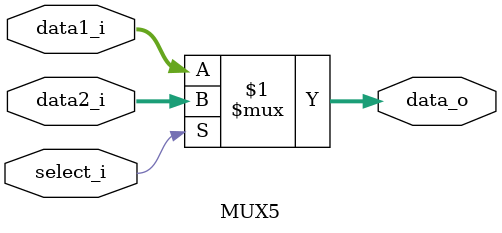
<source format=v>
module MUX5
(
 data1_i,
 data2_i,
 select_i,
 data_o
 );
   
   // Ports
   input [4:0] data1_i;
   input [4:0] data2_i;
   input       select_i;
   output [4:0] data_o;   
   
   assign data_o = (select_i) ? data2_i : data1_i;
   
   
endmodule 

</source>
